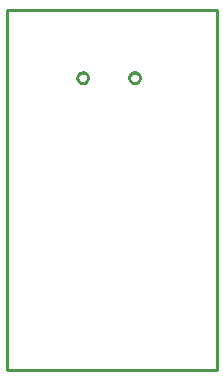
<source format=gbr>
G04 EAGLE Gerber RS-274X export*
G75*
%MOMM*%
%FSLAX34Y34*%
%LPD*%
%IN*%
%IPPOS*%
%AMOC8*
5,1,8,0,0,1.08239X$1,22.5*%
G01*
%ADD10C,0.254000*%


D10*
X0Y0D02*
X177800Y0D01*
X177800Y304800D01*
X0Y304800D01*
X0Y0D01*
X103606Y248105D02*
X103683Y248690D01*
X103836Y249260D01*
X104061Y249805D01*
X104356Y250315D01*
X104715Y250783D01*
X105133Y251201D01*
X105601Y251560D01*
X106111Y251855D01*
X106656Y252080D01*
X107226Y252233D01*
X107811Y252310D01*
X108401Y252310D01*
X108986Y252233D01*
X109556Y252080D01*
X110101Y251855D01*
X110611Y251560D01*
X111079Y251201D01*
X111497Y250783D01*
X111856Y250315D01*
X112151Y249805D01*
X112376Y249260D01*
X112529Y248690D01*
X112606Y248105D01*
X112606Y247515D01*
X112529Y246930D01*
X112376Y246360D01*
X112151Y245815D01*
X111856Y245305D01*
X111497Y244837D01*
X111079Y244419D01*
X110611Y244060D01*
X110101Y243765D01*
X109556Y243540D01*
X108986Y243387D01*
X108401Y243310D01*
X107811Y243310D01*
X107226Y243387D01*
X106656Y243540D01*
X106111Y243765D01*
X105601Y244060D01*
X105133Y244419D01*
X104715Y244837D01*
X104356Y245305D01*
X104061Y245815D01*
X103836Y246360D01*
X103683Y246930D01*
X103606Y247515D01*
X103606Y248105D01*
X59606Y248105D02*
X59683Y248690D01*
X59836Y249260D01*
X60061Y249805D01*
X60356Y250315D01*
X60715Y250783D01*
X61133Y251201D01*
X61601Y251560D01*
X62111Y251855D01*
X62656Y252080D01*
X63226Y252233D01*
X63811Y252310D01*
X64401Y252310D01*
X64986Y252233D01*
X65556Y252080D01*
X66101Y251855D01*
X66611Y251560D01*
X67079Y251201D01*
X67497Y250783D01*
X67856Y250315D01*
X68151Y249805D01*
X68376Y249260D01*
X68529Y248690D01*
X68606Y248105D01*
X68606Y247515D01*
X68529Y246930D01*
X68376Y246360D01*
X68151Y245815D01*
X67856Y245305D01*
X67497Y244837D01*
X67079Y244419D01*
X66611Y244060D01*
X66101Y243765D01*
X65556Y243540D01*
X64986Y243387D01*
X64401Y243310D01*
X63811Y243310D01*
X63226Y243387D01*
X62656Y243540D01*
X62111Y243765D01*
X61601Y244060D01*
X61133Y244419D01*
X60715Y244837D01*
X60356Y245305D01*
X60061Y245815D01*
X59836Y246360D01*
X59683Y246930D01*
X59606Y247515D01*
X59606Y248105D01*
M02*

</source>
